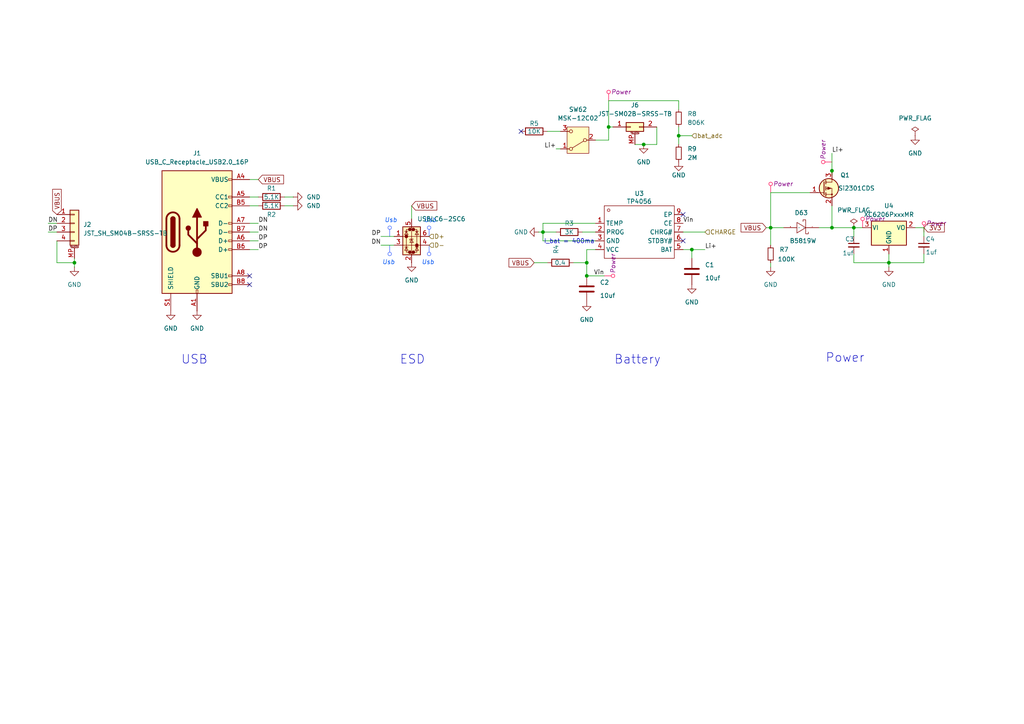
<source format=kicad_sch>
(kicad_sch (version 20231120) (generator "eeschema") (generator_version "8.0")
  (paper "A4")
  (lib_symbols
    (symbol "B5819W-SL:B5819W_C8598"
      (property "Reference" "D?" (at 0 0 0))
      (symbol "B5819W_C8598_1_0"
        (polyline (pts (xy 1.27 1.524) (xy -1.27 0) (xy -1.27 0) (xy 1.27 -1.524) (xy 1.27 -1.524) (xy 1.27 1.524)))
        (polyline (pts (xy -0.508 -1.778) (xy -0.508 -2.286) (xy -0.508 -2.286) (xy -1.27 -2.286) (xy -1.27 -2.286) (xy -1.27 1.016) (xy -1.27 1.016) (xy -1.27 1.778) (xy -1.27 1.778) (xy -2.032 1.778) (xy -2.032 1.778) (xy -2.032 1.27)))
        (pin unspecified line (at -5.08 0 0) (length 3.81) (name "-") (number "1"))
        (pin unspecified line (at 5.08 0 180) (length 3.81) (name "+") (number "2"))
      )
    )
    (symbol "Connector:USB_C_Receptacle_USB2.0_16P" (pin_names (offset 1.016))
      (property "Reference" "J" (at 0 22.225 0))
      (property "Value" "USB_C_Receptacle_USB2.0_16P" (at 0 19.685 0))
      (symbol "USB_C_Receptacle_USB2.0_16P_0_0"
        (rectangle (start -0.254 -17.78) (end 0.254 -16.764))
        (rectangle (start 10.16 -14.986) (end 9.144 -15.494))
        (rectangle (start 10.16 -12.446) (end 9.144 -12.954))
        (rectangle (start 10.16 -4.826) (end 9.144 -5.334))
        (rectangle (start 10.16 -2.286) (end 9.144 -2.794))
        (rectangle (start 10.16 0.254) (end 9.144 -0.254))
        (rectangle (start 10.16 2.794) (end 9.144 2.286))
        (rectangle (start 10.16 7.874) (end 9.144 7.366))
        (rectangle (start 10.16 10.414) (end 9.144 9.906))
        (rectangle (start 10.16 15.494) (end 9.144 14.986))
      )
      (symbol "USB_C_Receptacle_USB2.0_16P_0_1"
        (rectangle (start -10.16 17.78) (end 10.16 -17.78) (stroke (width 0.254)) (fill (type background)))
        (arc (start -8.89 -3.81) (mid -6.985 -5.7067) (end -5.08 -3.81) (stroke (width 0.508)))
        (arc (start -7.62 -3.81) (mid -6.985 -4.4423) (end -6.35 -3.81) (stroke (width 0.254)))
        (arc (start -7.62 -3.81) (mid -6.985 -4.4423) (end -6.35 -3.81) (stroke (width 0.254)) (fill (type outline)))
        (rectangle (start -7.62 -3.81) (end -6.35 3.81) (stroke (width 0.254)) (fill (type outline)))
        (arc (start -6.35 3.81) (mid -6.985 4.4423) (end -7.62 3.81) (stroke (width 0.254)))
        (arc (start -6.35 3.81) (mid -6.985 4.4423) (end -7.62 3.81) (stroke (width 0.254)) (fill (type outline)))
        (arc (start -5.08 3.81) (mid -6.985 5.7067) (end -8.89 3.81) (stroke (width 0.508)))
        (circle (center -2.54 1.143) (radius 0.635) (stroke (width 0.254)) (fill (type outline)))
        (circle (center 0 -5.842) (radius 1.27) (fill (type outline)))
        (polyline (pts (xy -8.89 -3.81) (xy -8.89 3.81)) (stroke (width 0.508)))
        (polyline (pts (xy -5.08 3.81) (xy -5.08 -3.81)) (stroke (width 0.508)))
        (polyline (pts (xy 0 -5.842) (xy 0 4.318)) (stroke (width 0.508)))
        (polyline (pts (xy 0 -3.302) (xy -2.54 -0.762) (xy -2.54 0.508)) (stroke (width 0.508)))
        (polyline (pts (xy 0 -2.032) (xy 2.54 0.508) (xy 2.54 1.778)) (stroke (width 0.508)))
        (polyline (pts (xy -1.27 4.318) (xy 0 6.858) (xy 1.27 4.318) (xy -1.27 4.318)) (stroke (width 0.254)) (fill (type outline)))
        (rectangle (start 1.905 1.778) (end 3.175 3.048) (stroke (width 0.254)) (fill (type outline)))
      )
      (symbol "USB_C_Receptacle_USB2.0_16P_1_1"
        (pin passive line (at 0 -22.86 90) (length 5.08) (name "GND") (number "A1"))
        (pin passive line (at 0 -22.86 90) (length 5.08) hide (name "GND") (number "A12"))
        (pin passive line (at 15.24 15.24 180) (length 5.08) (name "VBUS") (number "A4"))
        (pin bidirectional line (at 15.24 10.16 180) (length 5.08) (name "CC1") (number "A5"))
        (pin bidirectional line (at 15.24 -2.54 180) (length 5.08) (name "D+") (number "A6"))
        (pin bidirectional line (at 15.24 2.54 180) (length 5.08) (name "D-") (number "A7"))
        (pin bidirectional line (at 15.24 -12.7 180) (length 5.08) (name "SBU1") (number "A8"))
        (pin passive line (at 15.24 15.24 180) (length 5.08) hide (name "VBUS") (number "A9"))
        (pin passive line (at 0 -22.86 90) (length 5.08) hide (name "GND") (number "B1"))
        (pin passive line (at 0 -22.86 90) (length 5.08) hide (name "GND") (number "B12"))
        (pin passive line (at 15.24 15.24 180) (length 5.08) hide (name "VBUS") (number "B4"))
        (pin bidirectional line (at 15.24 7.62 180) (length 5.08) (name "CC2") (number "B5"))
        (pin bidirectional line (at 15.24 -5.08 180) (length 5.08) (name "D+") (number "B6"))
        (pin bidirectional line (at 15.24 0 180) (length 5.08) (name "D-") (number "B7"))
        (pin bidirectional line (at 15.24 -15.24 180) (length 5.08) (name "SBU2") (number "B8"))
        (pin passive line (at 15.24 15.24 180) (length 5.08) hide (name "VBUS") (number "B9"))
        (pin passive line (at -7.62 -22.86 90) (length 5.08) (name "SHIELD") (number "S1"))
      )
    )
    (symbol "Connector_Generic_MountingPin:Conn_01x04_MountingPin" (pin_names (offset 1.016) hide)
      (property "Reference" "J" (at 0 5.08 0))
      (property "Value" "Conn_01x04_MountingPin" (at 1.27 -7.62 0))
      (symbol "Conn_01x04_MountingPin_1_1"
        (rectangle (start -1.27 -4.953) (end 0 -5.207) (stroke (width 0.1524)))
        (rectangle (start -1.27 -2.413) (end 0 -2.667) (stroke (width 0.1524)))
        (rectangle (start -1.27 0.127) (end 0 -0.127) (stroke (width 0.1524)))
        (rectangle (start -1.27 2.667) (end 0 2.413) (stroke (width 0.1524)))
        (rectangle (start -1.27 3.81) (end 1.27 -6.35) (stroke (width 0.254)) (fill (type background)))
        (polyline (pts (xy -1.016 -7.112) (xy 1.016 -7.112)) (stroke (width 0.1524)))
        (text "Mounting" (at 0 -6.731 0) (effects (font (size 0.381 0.381))))
        (pin passive line (at -5.08 2.54 0) (length 3.81) (name "Pin_1") (number "1"))
        (pin passive line (at -5.08 0 0) (length 3.81) (name "Pin_2") (number "2"))
        (pin passive line (at -5.08 -2.54 0) (length 3.81) (name "Pin_3") (number "3"))
        (pin passive line (at -5.08 -5.08 0) (length 3.81) (name "Pin_4") (number "4"))
        (pin passive line (at 0 -10.16 90) (length 3.048) (name "MountPin") (number "MP"))
      )
    )
    (symbol "Connector_Generic_MountingPin:Conn_02x01_MountingPin" (pin_names (offset 1.016) hide)
      (property "Reference" "J" (at 1.27 2.54 0))
      (property "Value" "Conn_02x01_MountingPin" (at 2.54 -2.54 0))
      (symbol "Conn_02x01_MountingPin_1_1"
        (rectangle (start -1.27 0.127) (end 0 -0.127) (stroke (width 0.1524)))
        (rectangle (start -1.27 1.27) (end 3.81 -1.27) (stroke (width 0.254)) (fill (type background)))
        (polyline (pts (xy 0.254 -2.032) (xy 2.286 -2.032)) (stroke (width 0.1524)))
        (rectangle (start 3.81 0.127) (end 2.54 -0.127) (stroke (width 0.1524)))
        (text "Mounting" (at 1.27 -1.651 0) (effects (font (size 0.381 0.381))))
        (pin passive line (at -5.08 0 0) (length 3.81) (name "Pin_1") (number "1"))
        (pin passive line (at 7.62 0 180) (length 3.81) (name "Pin_2") (number "2"))
        (pin passive line (at 1.27 -5.08 90) (length 3.048) (name "MountPin") (number "MP"))
      )
    )
    (symbol "Device:C" (pin_numbers hide) (pin_names (offset 0.254))
      (property "Reference" "C" (at 0.635 2.54 0))
      (property "Value" "C" (at 0.635 -2.54 0))
      (symbol "C_0_1"
        (polyline (pts (xy -2.032 -0.762) (xy 2.032 -0.762)) (stroke (width 0.508)))
        (polyline (pts (xy -2.032 0.762) (xy 2.032 0.762)) (stroke (width 0.508)))
      )
      (symbol "C_1_1"
        (pin passive line (at 0 3.81 270) (length 2.794) (name "~") (number "1"))
        (pin passive line (at 0 -3.81 90) (length 2.794) (name "~") (number "2"))
      )
    )
    (symbol "Device:C_Small" (pin_numbers hide) (pin_names (offset 0.254) hide)
      (property "Reference" "C" (at 0.254 1.778 0))
      (property "Value" "C_Small" (at 0.254 -2.032 0))
      (symbol "C_Small_0_1"
        (polyline (pts (xy -1.524 -0.508) (xy 1.524 -0.508)) (stroke (width 0.3302)))
        (polyline (pts (xy -1.524 0.508) (xy 1.524 0.508)) (stroke (width 0.3048)))
      )
      (symbol "C_Small_1_1"
        (pin passive line (at 0 2.54 270) (length 2.032) (name "~") (number "1"))
        (pin passive line (at 0 -2.54 90) (length 2.032) (name "~") (number "2"))
      )
    )
    (symbol "Device:R" (pin_numbers hide) (pin_names (offset 0))
      (property "Reference" "R" (at 2.032 0 90))
      (property "Value" "R" (at 0 0 90))
      (symbol "R_0_1"
        (rectangle (start -1.016 -2.54) (end 1.016 2.54) (stroke (width 0.254)))
      )
      (symbol "R_1_1"
        (pin passive line (at 0 3.81 270) (length 1.27) (name "~") (number "1"))
        (pin passive line (at 0 -3.81 90) (length 1.27) (name "~") (number "2"))
      )
    )
    (symbol "Device:R_Small" (pin_numbers hide) (pin_names (offset 0.254) hide)
      (property "Reference" "R" (at 0.762 0.508 0))
      (property "Value" "R_Small" (at 0.762 -1.016 0))
      (symbol "R_Small_0_1"
        (rectangle (start -0.762 1.778) (end 0.762 -1.778) (stroke (width 0.2032)))
      )
      (symbol "R_Small_1_1"
        (pin passive line (at 0 2.54 270) (length 0.762) (name "~") (number "1"))
        (pin passive line (at 0 -2.54 90) (length 0.762) (name "~") (number "2"))
      )
    )
    (symbol "PCM_Transistor_MOSFET_AKL:Si2301CDS" (pin_names hide)
      (property "Reference" "Q" (at 5.08 1.27 0))
      (property "Value" "Si2301CDS" (at 5.08 -1.27 0))
      (symbol "Si2301CDS_0_1"
        (polyline (pts (xy 0.254 -1.905) (xy 0.254 1.905)) (stroke (width 0.254)))
        (polyline (pts (xy 0.254 1.27) (xy -2.54 1.27)))
        (polyline (pts (xy 0.762 -2.286) (xy 0.762 -1.27)) (stroke (width 0.254)))
        (polyline (pts (xy 0.762 -1.778) (xy 2.54 -1.778)))
        (polyline (pts (xy 0.762 -0.508) (xy 0.762 0.508)) (stroke (width 0.254)))
        (polyline (pts (xy 0.762 1.27) (xy 0.762 2.286)) (stroke (width 0.254)))
        (polyline (pts (xy 0.762 1.778) (xy 2.54 1.778)))
        (polyline (pts (xy 2.54 -2.54) (xy 2.54 -1.778)))
        (polyline (pts (xy 2.54 2.54) (xy 2.54 0) (xy 0.762 0)))
        (polyline (pts (xy 2.286 0) (xy 1.27 -0.381) (xy 1.27 0.381) (xy 2.286 0)) (fill (type outline)))
      )
      (symbol "Si2301CDS_1_1"
        (circle (center 1.651 0) (radius 2.794) (stroke (width 0.254)) (fill (type background)))
        (circle (center 2.54 1.778) (radius 0.1778) (fill (type outline)))
        (pin input line (at -3.81 1.27 0) (length 2.54) (name "G") (number "1"))
        (pin passive line (at 2.54 5.08 270) (length 2.54) (name "S") (number "2"))
        (pin passive line (at 2.54 -5.08 90) (length 2.54) (name "D") (number "3"))
      )
    )
    (symbol "Power_Protection:USBLC6-2SC6" (pin_names hide)
      (property "Reference" "U" (at 0.635 5.715 0))
      (property "Value" "USBLC6-2SC6" (at 0.635 3.81 0))
      (symbol "USBLC6-2SC6_0_0"
        (circle (center -1.524 0) (radius 0.0001) (stroke (width 0.508)))
        (circle (center -0.508 -4.572) (radius 0.0001) (stroke (width 0.508)))
        (circle (center -0.508 2.032) (radius 0.0001) (stroke (width 0.508)))
        (circle (center 0.508 -4.572) (radius 0.0001) (stroke (width 0.508)))
        (circle (center 0.508 2.032) (radius 0.0001) (stroke (width 0.508)))
        (circle (center 1.524 -2.54) (radius 0.0001) (stroke (width 0.508)))
      )
      (symbol "USBLC6-2SC6_0_1"
        (polyline (pts (xy -2.54 -2.54) (xy 2.54 -2.54)))
        (polyline (pts (xy -2.54 0) (xy 2.54 0)))
        (polyline (pts (xy -2.032 -3.048) (xy -1.016 -3.048)))
        (polyline (pts (xy -1.016 1.524) (xy -2.032 1.524)))
        (polyline (pts (xy 1.016 -3.048) (xy 2.032 -3.048)))
        (polyline (pts (xy 1.016 1.524) (xy 2.032 1.524)))
        (polyline (pts (xy -0.508 -1.143) (xy -0.508 -0.762) (xy 0.508 -0.762)))
        (polyline (pts (xy -2.032 0.508) (xy -1.016 0.508) (xy -1.524 1.524) (xy -2.032 0.508)))
        (polyline (pts (xy -1.016 -4.064) (xy -2.032 -4.064) (xy -1.524 -3.048) (xy -1.016 -4.064)))
        (polyline (pts (xy 0.508 -1.778) (xy -0.508 -1.778) (xy 0 -0.762) (xy 0.508 -1.778)))
        (polyline (pts (xy 2.032 -4.064) (xy 1.016 -4.064) (xy 1.524 -3.048) (xy 2.032 -4.064)))
        (polyline (pts (xy 2.032 0.508) (xy 1.016 0.508) (xy 1.524 1.524) (xy 2.032 0.508)))
        (polyline (pts (xy 0 2.54) (xy -0.508 2.032) (xy 0.508 2.032) (xy 0 1.524) (xy 0 -4.064) (xy -0.508 -4.572) (xy 0.508 -4.572) (xy 0 -5.08)))
      )
      (symbol "USBLC6-2SC6_1_1"
        (rectangle (start -2.54 2.794) (end 2.54 -5.334) (stroke (width 0.254)) (fill (type background)))
        (polyline (pts (xy -0.508 2.032) (xy -1.524 2.032) (xy -1.524 -4.572) (xy -0.508 -4.572)))
        (polyline (pts (xy 0.508 -4.572) (xy 1.524 -4.572) (xy 1.524 2.032) (xy 0.508 2.032)))
        (pin passive line (at -5.08 0 0) (length 2.54) (name "I/O1") (number "1"))
        (pin passive line (at 0 -7.62 90) (length 2.54) (name "GND") (number "2"))
        (pin passive line (at -5.08 -2.54 0) (length 2.54) (name "I/O2") (number "3"))
        (pin passive line (at 5.08 -2.54 180) (length 2.54) (name "I/O2") (number "4"))
        (pin passive line (at 0 5.08 270) (length 2.54) (name "VBUS") (number "5"))
        (pin passive line (at 5.08 0 180) (length 2.54) (name "I/O1") (number "6"))
      )
    )
    (symbol "Regulator_Linear:XC6206PxxxMR" (pin_names (offset 0.254))
      (property "Reference" "U" (at -3.81 3.175 0))
      (property "Value" "XC6206PxxxMR" (at 0 3.175 0))
      (symbol "XC6206PxxxMR_0_1"
        (rectangle (start -5.08 1.905) (end 5.08 -5.08) (stroke (width 0.254)) (fill (type background)))
      )
      (symbol "XC6206PxxxMR_1_1"
        (pin power_in line (at 0 -7.62 90) (length 2.54) (name "GND") (number "1"))
        (pin power_out line (at 7.62 0 180) (length 2.54) (name "VO") (number "2"))
        (pin power_in line (at -7.62 0 0) (length 2.54) (name "VI") (number "3"))
      )
    )
    (symbol "Switch:SW_SPDT" (pin_names (offset 0) hide)
      (property "Reference" "SW" (at 0 5.08 0))
      (property "Value" "SW_SPDT" (at 0 -5.08 0))
      (symbol "SW_SPDT_0_1"
        (circle (center -2.032 0) (radius 0.4572))
        (polyline (pts (xy -1.651 0.254) (xy 1.651 2.286)))
        (circle (center 2.032 -2.54) (radius 0.4572))
        (circle (center 2.032 2.54) (radius 0.4572))
      )
      (symbol "SW_SPDT_1_1"
        (rectangle (start -3.175 3.81) (end 3.175 -3.81) (fill (type background)))
        (pin passive line (at 5.08 2.54 180) (length 2.54) (name "A") (number "1"))
        (pin passive line (at -5.08 0 0) (length 2.54) (name "B") (number "2"))
        (pin passive line (at 5.08 -2.54 180) (length 2.54) (name "C") (number "3"))
      )
    )
    (symbol "TP4056:TP4056_C725790"
      (property "Reference" "U?" (at 0 0 0))
      (symbol "TP4056_C725790_1_0"
        (rectangle (start -10.16 -7.62) (end 10.16 7.62))
        (circle (center -8.89 6.35) (radius 0.381))
        (pin unspecified line (at -12.7 2.54 0) (length 2.54) (name "TEMP") (number "1"))
        (pin unspecified line (at -12.7 0 0) (length 2.54) (name "PROG") (number "2"))
        (pin unspecified line (at -12.7 -2.54 0) (length 2.54) (name "GND") (number "3"))
        (pin unspecified line (at -12.7 -5.08 0) (length 2.54) (name "VCC") (number "4"))
        (pin unspecified line (at 12.7 -5.08 180) (length 2.54) (name "BAT") (number "5"))
        (pin unspecified line (at 12.7 -2.54 180) (length 2.54) (name "STDBY#") (number "6"))
        (pin unspecified line (at 12.7 0 180) (length 2.54) (name "CHRG#") (number "7"))
        (pin unspecified line (at 12.7 2.54 180) (length 2.54) (name "CE") (number "8"))
        (pin unspecified line (at 12.7 5.08 180) (length 2.54) (name "EP") (number "9"))
      )
    )
    (symbol "power:GND" (power) (pin_numbers hide) (pin_names (offset 0) hide)
      (property "Value" "GND" (at 0 -3.81 0))
      (symbol "GND_0_1"
        (polyline (pts (xy 0 0) (xy 0 -1.27) (xy 1.27 -1.27) (xy 0 -2.54) (xy -1.27 -1.27) (xy 0 -1.27)))
      )
      (symbol "GND_1_1"
        (pin power_in line (at 0 0 270) (length 0) (name "~") (number "1"))
      )
    )
    (symbol "power:PWR_FLAG" (power) (pin_numbers hide) (pin_names (offset 0) hide)
      (property "Value" "PWR_FLAG" (at 0 3.81 0))
      (symbol "PWR_FLAG_0_0"
        (pin power_out line (at 0 0 90) (length 0) (name "~") (number "1"))
      )
      (symbol "PWR_FLAG_0_1"
        (polyline (pts (xy 0 0) (xy 0 1.27) (xy -1.016 1.905) (xy 0 2.54) (xy 1.016 1.905) (xy 0 1.27)))
      )
    )
  )
  (junction (at 21.59 76.2))
  (junction (at 176.53 36.83))
  (junction (at 170.18 76.2))
  (junction (at 241.3 49.53))
  (junction (at 186.69 41.91))
  (junction (at 257.81 76.2))
  (junction (at 200.66 72.39))
  (junction (at 157.48 67.31))
  (junction (at 241.3 66.04))
  (junction (at 196.85 39.37))
  (junction (at 223.52 66.04))
  (junction (at 170.18 80.01))
  (junction (at 247.65 66.04))
  (no_connect (at 198.12 69.85))
  (no_connect (at 151.13 38.1))
  (no_connect (at 72.39 80.01))
  (no_connect (at 198.12 62.23))
  (no_connect (at 72.39 82.55))
  (wire (pts (xy 82.55 57.15) (xy 85.09 57.15)))
  (wire (pts (xy 241.3 50.8) (xy 241.3 49.53)))
  (wire (pts (xy 170.18 72.39) (xy 172.72 72.39)))
  (wire (pts (xy 157.48 69.85) (xy 172.72 69.85)))
  (wire (pts (xy 13.97 67.31) (xy 16.51 67.31)))
  (wire (pts (xy 156.21 67.31) (xy 157.48 67.31)))
  (wire (pts (xy 72.39 64.77) (xy 74.93 64.77)))
  (wire (pts (xy 72.39 69.85) (xy 74.93 69.85)))
  (wire (pts (xy 176.53 29.21) (xy 176.53 36.83)))
  (wire (pts (xy 247.65 76.2) (xy 247.65 73.66)))
  (wire (pts (xy 72.39 72.39) (xy 74.93 72.39)))
  (wire (pts (xy 223.52 55.88) (xy 223.52 66.04)))
  (wire (pts (xy 190.5 41.91) (xy 186.69 41.91)))
  (wire (pts (xy 223.52 66.04) (xy 227.33 66.04)))
  (wire (pts (xy 110.49 71.12) (xy 114.3 71.12)))
  (wire (pts (xy 72.39 57.15) (xy 74.93 57.15)))
  (wire (pts (xy 16.51 76.2) (xy 21.59 76.2)))
  (wire (pts (xy 175.26 80.01) (xy 170.18 80.01)))
  (wire (pts (xy 170.18 80.01) (xy 170.18 76.2)))
  (wire (pts (xy 267.97 66.04) (xy 267.97 68.58)))
  (wire (pts (xy 237.49 66.04) (xy 241.3 66.04)))
  (wire (pts (xy 157.48 67.31) (xy 157.48 69.85)))
  (wire (pts (xy 72.39 52.07) (xy 74.93 52.07)))
  (wire (pts (xy 16.51 69.85) (xy 16.51 76.2)))
  (wire (pts (xy 222.25 66.04) (xy 223.52 66.04)))
  (wire (pts (xy 119.38 59.69) (xy 119.38 63.5)))
  (wire (pts (xy 172.72 40.64) (xy 176.53 40.64)))
  (wire (pts (xy 196.85 39.37) (xy 196.85 41.91)))
  (wire (pts (xy 241.3 59.69) (xy 241.3 66.04)))
  (wire (pts (xy 157.48 64.77) (xy 157.48 67.31)))
  (wire (pts (xy 223.52 55.88) (xy 234.95 55.88)))
  (wire (pts (xy 267.97 66.04) (xy 265.43 66.04)))
  (wire (pts (xy 176.53 36.83) (xy 177.8 36.83)))
  (wire (pts (xy 158.75 38.1) (xy 162.56 38.1)))
  (wire (pts (xy 154.94 76.2) (xy 158.75 76.2)))
  (wire (pts (xy 257.81 73.66) (xy 257.81 76.2)))
  (wire (pts (xy 247.65 66.04) (xy 247.65 68.58)))
  (wire (pts (xy 198.12 72.39) (xy 200.66 72.39)))
  (wire (pts (xy 200.66 39.37) (xy 196.85 39.37)))
  (wire (pts (xy 184.15 41.91) (xy 186.69 41.91)))
  (wire (pts (xy 168.91 67.31) (xy 172.72 67.31)))
  (wire (pts (xy 170.18 76.2) (xy 170.18 72.39)))
  (wire (pts (xy 157.48 67.31) (xy 161.29 67.31)))
  (wire (pts (xy 223.52 77.47) (xy 223.52 76.2)))
  (wire (pts (xy 176.53 40.64) (xy 176.53 36.83)))
  (wire (pts (xy 250.19 66.04) (xy 247.65 66.04)))
  (wire (pts (xy 190.5 36.83) (xy 190.5 41.91)))
  (wire (pts (xy 13.97 64.77) (xy 16.51 64.77)))
  (wire (pts (xy 196.85 29.21) (xy 196.85 31.75)))
  (wire (pts (xy 176.53 29.21) (xy 196.85 29.21)))
  (wire (pts (xy 110.49 68.58) (xy 114.3 68.58)))
  (wire (pts (xy 21.59 76.2) (xy 21.59 74.93)))
  (wire (pts (xy 257.81 76.2) (xy 267.97 76.2)))
  (wire (pts (xy 72.39 67.31) (xy 74.93 67.31)))
  (wire (pts (xy 204.47 67.31) (xy 198.12 67.31)))
  (wire (pts (xy 200.66 72.39) (xy 204.47 72.39)))
  (wire (pts (xy 200.66 72.39) (xy 200.66 74.93)))
  (wire (pts (xy 241.3 66.04) (xy 247.65 66.04)))
  (wire (pts (xy 267.97 76.2) (xy 267.97 73.66)))
  (wire (pts (xy 247.65 76.2) (xy 257.81 76.2)))
  (wire (pts (xy 157.48 64.77) (xy 172.72 64.77)))
  (wire (pts (xy 166.37 76.2) (xy 170.18 76.2)))
  (wire (pts (xy 72.39 59.69) (xy 74.93 59.69)))
  (wire (pts (xy 223.52 66.04) (xy 223.52 71.12)))
  (wire (pts (xy 162.56 43.18) (xy 161.29 43.18)))
  (wire (pts (xy 241.3 44.45) (xy 241.3 49.53)))
  (wire (pts (xy 82.55 59.69) (xy 85.09 59.69)))
  (wire (pts (xy 21.59 77.47) (xy 21.59 76.2)))
  (wire (pts (xy 196.85 36.83) (xy 196.85 39.37)))
  (wire (pts (xy 257.81 77.47) (xy 257.81 76.2)))
  (text "Battery" (at 184.912 104.394 0) (effects (font (size 2.54 2.54))))
  (text "ESD" (at 119.634 104.394 0) (effects (font (size 2.54 2.54))))
  (text "I_bat = 400ma" (at 165.1 70.104 0) (effects (font (size 1.27 1.27))))
  (text "Power\n" (at 245.11 103.886 0) (effects (font (size 2.54 2.54))))
  (text "USB" (at 56.388 104.394 0) (effects (font (size 2.54 2.54))))
  (label "DN" (at 74.93 64.77 0))
  (label "Vin" (at 175.26 80.01 180))
  (label "DN" (at 110.49 71.12 180))
  (label "DP" (at 74.93 69.85 0))
  (label "DP" (at 13.97 67.31 0))
  (label "Li+" (at 204.47 72.39 0))
  (label "Vin" (at 198.12 64.77 0))
  (label "DP" (at 74.93 72.39 0))
  (label "DN" (at 13.97 64.77 0))
  (label "Li+" (at 241.3 44.45 0))
  (label "DP" (at 110.49 68.58 180))
  (label "Li+" (at 161.29 43.18 180))
  (label "DN" (at 74.93 67.31 0))
  (global_label "VBUS" (shape input) (at 74.93 52.07 0) (property "Intersheetrefs" "${INTERSHEET_REFS}" (effects (hide yes))))
  (global_label "3V3" (shape input) (at 267.97 66.04 0) (property "Intersheetrefs" "${INTERSHEET_REFS}" (effects (hide yes))))
  (global_label "VBUS" (shape input) (at 154.94 76.2 180) (property "Intersheetrefs" "${INTERSHEET_REFS}" (effects (hide yes))))
  (global_label "VBUS" (shape input) (at 119.38 59.69 0) (property "Intersheetrefs" "${INTERSHEET_REFS}" (effects (hide yes))))
  (global_label "VBUS" (shape input) (at 16.51 62.23 90) (property "Intersheetrefs" "${INTERSHEET_REFS}" (effects (hide yes))))
  (global_label "VBUS" (shape input) (at 222.25 66.04 180) (property "Intersheetrefs" "${INTERSHEET_REFS}" (effects (hide yes))))
  (hierarchical_label "CHARGE" (shape input) (at 204.47 67.31 0))
  (hierarchical_label "D-" (shape input) (at 124.46 71.12 0))
  (hierarchical_label "D+" (shape input) (at 124.46 68.58 0))
  (hierarchical_label "bat_adc" (shape input) (at 200.66 39.37 0))
  (netclass_flag "" (length 2.54) (shape round) (at 176.53 29.21 0) (property "Netclass" "Power" (at 177.2285 26.67 0) (effects (font (italic yes)) (justify left))))
  (netclass_flag "" (length 2.54) (shape round) (at 250.19 66.04 0) (property "Netclass" "Power" (at 250.8885 63.5 0) (effects (font (italic yes)) (justify left))))
  (netclass_flag "" (length 2.54) (shape round) (at 223.52 55.88 0) (property "Netclass" "Power" (at 224.2185 53.34 0) (effects (font (italic yes)) (justify left))))
  (netclass_flag "" (length 2.54) (shape round) (at 124.46 71.12 180) (property "Netclass" "Usb" (at 125.984 75.946 0) (effects (font (italic yes)) (justify right))))
  (netclass_flag "" (length 2.54) (shape round) (at 124.46 68.58 0) (property "Netclass" "Usb" (at 122.936 63.754 0) (effects (font (italic yes)) (justify left))))
  (netclass_flag "" (length 2.54) (shape round) (at 113.03 71.12 180) (property "Netclass" "Usb" (at 114.554 75.946 0) (effects (font (italic yes)) (justify right))))
  (netclass_flag "" (length 2.54) (shape round) (at 113.03 68.58 0) (property "Netclass" "Usb" (at 111.506 63.754 0) (effects (font (italic yes)) (justify left))))
  (netclass_flag "" (length 2.54) (shape round) (at 267.97 67.31 0) (property "Netclass" "Power" (at 268.6685 64.77 0) (effects (font (italic yes)) (justify left))))
  (netclass_flag "" (length 2.54) (shape round) (at 241.3 46.99 90) (property "Netclass" "Power" (at 238.76 46.2915 90) (effects (font (italic yes)) (justify left))))
  (netclass_flag "" (length 2.54) (shape round) (at 175.26 80.01 270) (property "Netclass" "Power" (at 177.8 79.3115 90) (effects (font (italic yes)) (justify left))))
  (symbol (lib_id "Switch:SW_SPDT") (at 167.64 40.64 180) (unit 1)
    (property "Reference" "SW62" (at 167.64 31.75 0))
    (property "Value" "MSK-12C02" (at 167.64 34.29 0))
    (property "Footprint" "Button_Switch_SMD:SW_SPDT_PCM12" (effects (hide yes)))
    (property "Description" "Switch, single pole double throw" (effects (hide yes)))
  )
  (symbol (lib_id "power:GND") (at 57.15 90.17 0) (unit 1)
    (property "Reference" "#PWR04" (effects (hide yes)))
    (property "Value" "GND" (at 57.15 95.25 0))
    (property "Description" "Power symbol creates a global label with name \"GND\" , ground" (effects (hide yes)))
  )
  (symbol (lib_id "Device:R_Small") (at 196.85 44.45 0) (unit 1)
    (property "Reference" "R9" (at 199.39 43.1799 0) (effects (justify left)))
    (property "Value" "2M" (at 199.39 45.7199 0) (effects (justify left)))
    (property "Footprint" "Resistor_SMD:R_0603_1608Metric_Pad0.98x0.95mm_HandSolder" (effects (hide yes)))
  )
  (symbol (lib_id "Device:R_Small") (at 223.52 73.66 0) (unit 1)
    (property "Reference" "R7" (at 226.06 72.3899 0) (effects (justify left)))
    (property "Value" "100K" (at 225.552 75.184 0) (effects (justify left)))
    (property "Footprint" "Resistor_SMD:R_0603_1608Metric_Pad0.98x0.95mm_HandSolder" (effects (hide yes)))
    (property "Description" "Resistor, small symbol" (effects (hide yes)))
  )
  (symbol (lib_id "power:GND") (at 21.59 77.47 0) (unit 1)
    (property "Reference" "#PWR011" (effects (hide yes)))
    (property "Value" "GND" (at 21.59 82.55 0))
    (property "Description" "Power symbol creates a global label with name \"GND\" , ground" (effects (hide yes)))
  )
  (symbol (lib_id "Device:R") (at 162.56 76.2 90) (unit 1)
    (property "Reference" "R4" (at 161.2899 73.66 0) (effects (justify left)))
    (property "Value" "0.4" (at 164.084 76.2 90) (effects (justify left)))
    (property "Footprint" "Resistor_SMD:R_0805_2012Metric_Pad1.20x1.40mm_HandSolder" (effects (hide yes)))
    (property "Description" "Resistor" (effects (hide yes)))
  )
  (symbol (lib_id "power:GND") (at 156.21 67.31 270) (unit 1)
    (property "Reference" "#PWR09" (effects (hide yes)))
    (property "Value" "GND" (at 153.162 67.31 90) (effects (justify right)))
    (property "Description" "Power symbol creates a global label with name \"GND\" , ground" (effects (hide yes)))
  )
  (symbol (lib_id "Device:C_Small") (at 247.65 71.12 0) (unit 1)
    (property "Reference" "C3" (at 245.11 69.342 0) (effects (justify left)))
    (property "Value" "1uf" (at 244.348 73.406 0) (effects (justify left)))
    (property "Footprint" "Capacitor_SMD:C_0603_1608Metric_Pad1.08x0.95mm_HandSolder" (effects (hide yes)))
    (property "Description" "Unpolarized capacitor, small symbol" (effects (hide yes)))
  )
  (symbol (lib_id "power:GND") (at 196.85 46.99 0) (unit 1)
    (property "Reference" "#PWR029" (effects (hide yes)))
    (property "Value" "GND" (at 196.85 50.8 0))
  )
  (symbol (lib_id "Device:R") (at 78.74 59.69 90) (unit 1)
    (property "Reference" "R2" (at 78.74 62.23 90))
    (property "Value" "5.1K" (at 78.74 59.69 90))
    (property "Footprint" "Resistor_SMD:R_0603_1608Metric_Pad0.98x0.95mm_HandSolder" (effects (hide yes)))
    (property "Description" "Resistor" (effects (hide yes)))
  )
  (symbol (lib_id "power:GND") (at 85.09 57.15 90) (unit 1)
    (property "Reference" "#PWR01" (effects (hide yes)))
    (property "Value" "GND" (at 88.9 57.1499 90) (effects (justify right)))
    (property "Description" "Power symbol creates a global label with name \"GND\" , ground" (effects (hide yes)))
  )
  (symbol (lib_id "power:PWR_FLAG") (at 247.65 66.04 0) (unit 1)
    (property "Reference" "#FLG01" (effects (hide yes)))
    (property "Value" "PWR_FLAG" (at 247.65 60.96 0))
    (property "Description" "Special symbol for telling ERC where power comes from" (effects (hide yes)))
  )
  (symbol (lib_id "Device:R") (at 165.1 67.31 90) (unit 1)
    (property "Reference" "R3" (at 165.1 64.77 90))
    (property "Value" "3K" (at 165.1 67.31 90))
    (property "Footprint" "Resistor_SMD:R_0603_1608Metric_Pad0.98x0.95mm_HandSolder" (effects (hide yes)))
    (property "Description" "Resistor" (effects (hide yes)))
  )
  (symbol (lib_id "Device:R") (at 78.74 57.15 90) (unit 1)
    (property "Reference" "R1" (at 78.74 54.61 90))
    (property "Value" "5.1K" (at 78.74 57.15 90))
    (property "Footprint" "Resistor_SMD:R_0603_1608Metric_Pad0.98x0.95mm_HandSolder" (effects (hide yes)))
    (property "Description" "Resistor" (effects (hide yes)))
  )
  (symbol (lib_id "power:GND") (at 119.38 76.2 0) (unit 1)
    (property "Reference" "#PWR06" (effects (hide yes)))
    (property "Value" "GND" (at 119.38 81.28 0))
    (property "Description" "Power symbol creates a global label with name \"GND\" , ground" (effects (hide yes)))
  )
  (symbol (lib_id "Device:C_Small") (at 267.97 71.12 0) (unit 1)
    (property "Reference" "C4" (at 268.478 69.342 0) (effects (justify left)))
    (property "Value" "1uf" (at 268.478 73.152 0) (effects (justify left)))
    (property "Footprint" "Capacitor_SMD:C_0603_1608Metric_Pad1.08x0.95mm_HandSolder" (effects (hide yes)))
    (property "Description" "Unpolarized capacitor, small symbol" (effects (hide yes)))
  )
  (symbol (lib_id "power:GND") (at 200.66 82.55 0) (unit 1)
    (property "Reference" "#PWR010" (effects (hide yes)))
    (property "Value" "GND" (at 200.66 87.63 0))
    (property "Description" "Power symbol creates a global label with name \"GND\" , ground" (effects (hide yes)))
  )
  (symbol (lib_id "power:GND") (at 265.43 39.37 0) (unit 1)
    (property "Reference" "#PWR033" (effects (hide yes)))
    (property "Value" "GND" (at 265.43 44.45 0))
    (property "Description" "Power symbol creates a global label with name \"GND\" , ground" (effects (hide yes)))
  )
  (symbol (lib_id "Connector_Generic_MountingPin:Conn_01x04_MountingPin") (at 21.59 64.77 0) (unit 1)
    (property "Reference" "J2" (at 24.13 65.1255 0) (effects (justify left)))
    (property "Value" "JST_SH_SM04B-SRSS-TB" (at 24.13 67.6655 0) (effects (justify left)))
    (property "Footprint" "Connector_JST:JST_SH_SM04B-SRSS-TB_1x04-1MP_P1.00mm_Horizontal" (effects (hide yes)))
    (property "Description" "Generic connectable mounting pin connector, single row, 01x04, script generated (kicad-library-utils/schlib/autogen/connector/)" (effects (hide yes)))
  )
  (symbol (lib_id "Power_Protection:USBLC6-2SC6") (at 119.38 68.58 0) (unit 1)
    (property "Reference" "U2" (effects (hide yes)))
    (property "Value" "USBLC6-2SC6" (at 121.0311 63.5 0) (effects (justify left)))
    (property "Footprint" "Package_TO_SOT_SMD:SOT-23-6" (effects (hide yes)))
    (property "Datasheet" "https://www.st.com/resource/en/datasheet/usblc6-2.pdf" (effects (hide yes)))
    (property "Description" "Very low capacitance ESD protection diode, 2 data-line, SOT-23-6" (effects (hide yes)))
  )
  (symbol (lib_id "Device:R") (at 154.94 38.1 90) (unit 1)
    (property "Reference" "R5" (at 154.94 35.814 90))
    (property "Value" "10K" (at 154.94 38.1 90))
    (property "Footprint" "Resistor_SMD:R_0603_1608Metric_Pad0.98x0.95mm_HandSolder" (effects (hide yes)))
    (property "Description" "Resistor" (effects (hide yes)))
  )
  (symbol (lib_id "power:GND") (at 257.81 77.47 0) (unit 1)
    (property "Reference" "#PWR015" (effects (hide yes)))
    (property "Value" "GND" (at 257.81 82.55 0))
    (property "Description" "Power symbol creates a global label with name \"GND\" , ground" (effects (hide yes)))
  )
  (symbol (lib_id "PCM_Transistor_MOSFET_AKL:Si2301CDS") (at 238.76 54.61 0) (mirror x) (unit 1)
    (property "Reference" "Q1" (at 245.11 50.8 0))
    (property "Value" "Si2301CDS" (at 248.412 54.61 0))
    (property "Footprint" "Package_TO_SOT_SMD:SOT-23" (effects (hide yes)))
    (property "Datasheet" "https://www.tme.eu/Document/519498819e90b407235adccdceba4014/SI2301CDS-T1-GE3.pdf" (effects (hide yes)))
    (property "Description" "SOT-23 P-MOSFET enchancement mode transistor, 20V, 3.1A, 1.6W, Alternate KiCAD Library" (effects (hide yes)))
  )
  (symbol (lib_id "B5819W-SL:B5819W_C8598") (at 232.41 66.04 180) (unit 1)
    (property "Reference" "D63" (at 232.41 61.722 0))
    (property "Value" "B5819W" (at 232.918 69.85 0))
    (property "Footprint" "B5819W-SL:SOD-123_L2.7-W1.6-LS3.7-RD-1" (effects (hide yes)))
  )
  (symbol (lib_id "Connector:USB_C_Receptacle_USB2.0_16P") (at 57.15 67.31 0) (unit 1)
    (property "Reference" "J1" (at 57.15 44.45 0))
    (property "Value" "USB_C_Receptacle_USB2.0_16P" (at 57.15 46.99 0))
    (property "Footprint" "Connector_USB:USB_C_Receptacle_GCT_USB4105-xx-A_16P_TopMnt_Horizontal" (effects (hide yes)))
    (property "Datasheet" "https://www.usb.org/sites/default/files/documents/usb_type-c.zip" (effects (hide yes)))
    (property "Description" "USB 2.0-only 16P Type-C Receptacle connector" (effects (hide yes)))
  )
  (symbol (lib_id "power:GND") (at 186.69 41.91 0) (unit 1)
    (property "Reference" "#PWR08" (effects (hide yes)))
    (property "Value" "GND" (at 186.69 46.99 0))
    (property "Description" "Power symbol creates a global label with name \"GND\" , ground" (effects (hide yes)))
  )
  (symbol (lib_id "TP4056:TP4056_C725790") (at 185.42 67.31 0) (unit 1)
    (property "Reference" "U3" (at 185.42 56.134 0))
    (property "Value" "TP4056" (at 185.42 58.42 0))
    (property "Footprint" "TP4056:ESOP-8_L4.9-W3.9-P1.27-LS6.0-BL-EP" (effects (hide yes)))
  )
  (symbol (lib_id "power:PWR_FLAG") (at 265.43 39.37 0) (unit 1)
    (property "Reference" "#FLG02" (effects (hide yes)))
    (property "Value" "PWR_FLAG" (at 265.43 34.29 0))
    (property "Description" "Special symbol for telling ERC where power comes from" (effects (hide yes)))
  )
  (symbol (lib_id "power:GND") (at 170.18 87.63 0) (unit 1)
    (property "Reference" "#PWR012" (effects (hide yes)))
    (property "Value" "GND" (at 170.18 92.71 0))
    (property "Description" "Power symbol creates a global label with name \"GND\" , ground" (effects (hide yes)))
  )
  (symbol (lib_id "power:GND") (at 85.09 59.69 90) (unit 1)
    (property "Reference" "#PWR02" (effects (hide yes)))
    (property "Value" "GND" (at 88.9 59.6899 90) (effects (justify right)))
    (property "Description" "Power symbol creates a global label with name \"GND\" , ground" (effects (hide yes)))
  )
  (symbol (lib_id "Device:R_Small") (at 196.85 34.29 0) (unit 1)
    (property "Reference" "R8" (at 199.39 33.0199 0) (effects (justify left)))
    (property "Value" "806K" (at 199.39 35.5599 0) (effects (justify left)))
    (property "Footprint" "Resistor_SMD:R_0603_1608Metric_Pad0.98x0.95mm_HandSolder" (effects (hide yes)))
  )
  (symbol (lib_id "power:GND") (at 223.52 77.47 0) (unit 1)
    (property "Reference" "#PWR013" (effects (hide yes)))
    (property "Value" "GND" (at 223.52 82.55 0))
    (property "Description" "Power symbol creates a global label with name \"GND\" , ground" (effects (hide yes)))
  )
  (symbol (lib_id "Connector_Generic_MountingPin:Conn_02x01_MountingPin") (at 182.88 36.83 0) (unit 1)
    (property "Reference" "J6" (at 184.15 30.48 0))
    (property "Value" "JST-SM02B-SRSS-TB" (at 184.15 33.02 0))
    (property "Footprint" "Connector_JST:JST_SH_SM02B-SRSS-TB_1x02-1MP_P1.00mm_Horizontal" (effects (hide yes)))
    (property "Description" "Generic connectable mounting pin connector, double row, 02x01, this symbol is compatible with counter-clockwise, top-bottom and odd-even numbering schemes., script generated (kicad-library-utils/schlib/autogen/connector/)" (effects (hide yes)))
  )
  (symbol (lib_id "Regulator_Linear:XC6206PxxxMR") (at 257.81 66.04 0) (unit 1)
    (property "Reference" "U4" (at 257.81 59.69 0))
    (property "Value" "XC6206PxxxMR" (at 257.81 62.23 0))
    (property "Footprint" "Package_TO_SOT_SMD:SOT-23-3" (effects (hide yes)))
    (property "Datasheet" "https://www.torexsemi.com/file/xc6206/XC6206.pdf" (effects (hide yes)))
    (property "Description" "Positive 60-250mA Low Dropout Regulator, Fixed Output, SOT-23" (effects (hide yes)))
  )
  (symbol (lib_id "power:GND") (at 49.53 90.17 0) (unit 1)
    (property "Reference" "#PWR05" (effects (hide yes)))
    (property "Value" "GND" (at 49.53 95.25 0))
    (property "Description" "Power symbol creates a global label with name \"GND\" , ground" (effects (hide yes)))
  )
  (symbol (lib_id "Device:C") (at 200.66 78.74 0) (unit 1)
    (property "Reference" "C1" (at 204.47 76.8349 0) (effects (justify left)))
    (property "Value" "10uf" (at 204.47 80.6449 0) (effects (justify left)))
    (property "Footprint" "Capacitor_SMD:C_0603_1608Metric_Pad1.08x0.95mm_HandSolder" (effects (hide yes)))
    (property "Description" "Unpolarized capacitor" (effects (hide yes)))
  )
  (symbol (lib_id "Device:C") (at 170.18 83.82 0) (unit 1)
    (property "Reference" "C2" (at 173.99 81.9149 0) (effects (justify left)))
    (property "Value" "10uf" (at 173.99 85.7249 0) (effects (justify left)))
    (property "Footprint" "Capacitor_SMD:C_0603_1608Metric_Pad1.08x0.95mm_HandSolder" (effects (hide yes)))
    (property "Description" "Unpolarized capacitor" (effects (hide yes)))
  )
)
</source>
